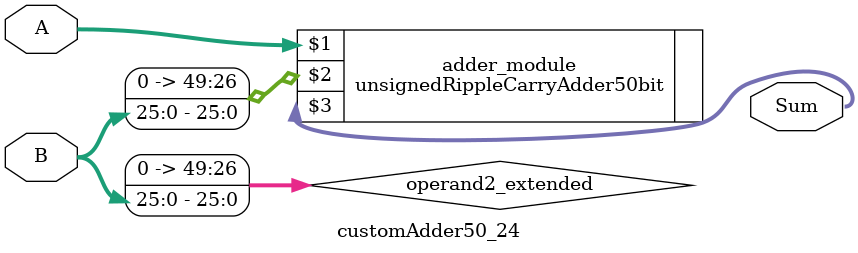
<source format=v>
module customAdder50_24(
                        input [49 : 0] A,
                        input [25 : 0] B,
                        
                        output [50 : 0] Sum
                );

        wire [49 : 0] operand2_extended;
        
        assign operand2_extended =  {24'b0, B};
        
        unsignedRippleCarryAdder50bit adder_module(
            A,
            operand2_extended,
            Sum
        );
        
        endmodule
        
</source>
